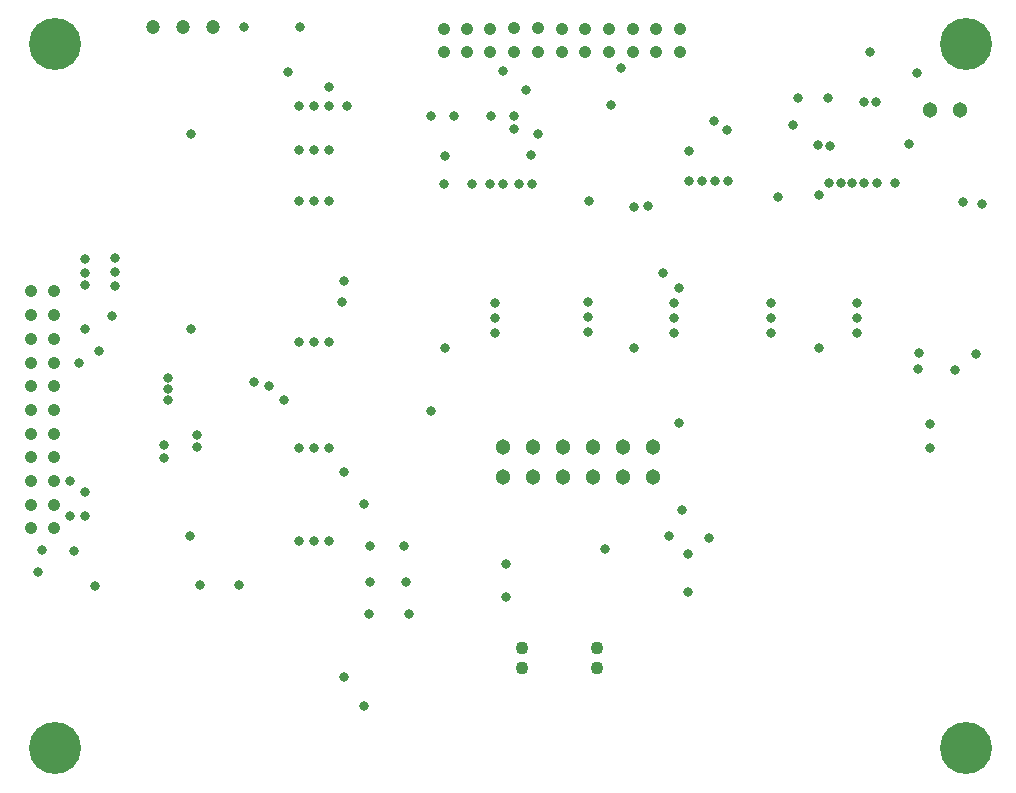
<source format=gbs>
G04*
G04 #@! TF.GenerationSoftware,Altium Limited,Altium Designer,19.1.8 (144)*
G04*
G04 Layer_Color=16711833*
%FSLAX25Y25*%
%MOIN*%
G70*
G01*
G75*
%ADD41C,0.04737*%
%ADD42C,0.17335*%
%ADD43C,0.05131*%
%ADD44C,0.04200*%
%ADD59C,0.04343*%
%ADD60C,0.03162*%
D41*
X114300Y321900D02*
D03*
X124300D02*
D03*
X134300D02*
D03*
D42*
X81800Y316325D02*
D03*
Y81700D02*
D03*
X385487Y81725D02*
D03*
Y316272D02*
D03*
D43*
X280861Y172125D02*
D03*
Y182125D02*
D03*
X270861D02*
D03*
Y172125D02*
D03*
X260861D02*
D03*
Y182125D02*
D03*
X250861D02*
D03*
Y172125D02*
D03*
X240861D02*
D03*
Y182125D02*
D03*
X230861D02*
D03*
Y172125D02*
D03*
X383200Y294500D02*
D03*
X373200D02*
D03*
D44*
X73600Y233900D02*
D03*
Y226000D02*
D03*
Y210200D02*
D03*
Y218100D02*
D03*
Y202300D02*
D03*
Y194400D02*
D03*
X73500Y178600D02*
D03*
Y186500D02*
D03*
X73600Y170700D02*
D03*
Y162800D02*
D03*
Y155100D02*
D03*
X81400D02*
D03*
Y162800D02*
D03*
Y170700D02*
D03*
X81300Y186500D02*
D03*
Y178600D02*
D03*
X81400Y194400D02*
D03*
Y202300D02*
D03*
Y218100D02*
D03*
Y210200D02*
D03*
Y226000D02*
D03*
Y233900D02*
D03*
X290000Y313700D02*
D03*
X282100D02*
D03*
X266300D02*
D03*
X274200D02*
D03*
X258400D02*
D03*
X250500D02*
D03*
X234700Y313800D02*
D03*
X242600D02*
D03*
X226800Y313700D02*
D03*
X218900D02*
D03*
X211200D02*
D03*
Y321500D02*
D03*
X218900D02*
D03*
X226800D02*
D03*
X242600Y321600D02*
D03*
X234700D02*
D03*
X250500Y321500D02*
D03*
X258400D02*
D03*
X274200D02*
D03*
X266300D02*
D03*
X282100D02*
D03*
X290000D02*
D03*
D59*
X237205Y108366D02*
D03*
X262205D02*
D03*
Y114961D02*
D03*
X237205Y115157D02*
D03*
D60*
X232087Y131939D02*
D03*
Y143110D02*
D03*
X199508Y126378D02*
D03*
X186417D02*
D03*
X198819Y137008D02*
D03*
X186713D02*
D03*
X198130Y148917D02*
D03*
X186614D02*
D03*
X373228Y189862D02*
D03*
Y181890D02*
D03*
X369488Y208071D02*
D03*
X381594Y207677D02*
D03*
X369587Y213287D02*
D03*
X388583Y213189D02*
D03*
X299606Y151673D02*
D03*
X289800Y190100D02*
D03*
X292600Y133600D02*
D03*
Y146400D02*
D03*
X76100Y140400D02*
D03*
X94950Y135650D02*
D03*
X207100Y194200D02*
D03*
X118100Y178300D02*
D03*
X129100Y186100D02*
D03*
Y182200D02*
D03*
X162900Y295800D02*
D03*
X159300Y306900D02*
D03*
X369000Y306700D02*
D03*
X264900Y147900D02*
D03*
X286400Y152500D02*
D03*
X290600Y161100D02*
D03*
X293100Y270700D02*
D03*
X207100Y292500D02*
D03*
X234700D02*
D03*
X214800D02*
D03*
X227100D02*
D03*
X234500Y288200D02*
D03*
X238700Y301100D02*
D03*
X230950Y307450D02*
D03*
X329200Y298300D02*
D03*
X173100Y302100D02*
D03*
X179100Y295800D02*
D03*
X144800Y321900D02*
D03*
X163300Y322000D02*
D03*
X349000Y230000D02*
D03*
X320300D02*
D03*
X259300Y230300D02*
D03*
X288100Y230000D02*
D03*
X349000Y220000D02*
D03*
X320300D02*
D03*
X259300Y220300D02*
D03*
X288100Y220000D02*
D03*
X349000Y225000D02*
D03*
X320300D02*
D03*
X259300Y225300D02*
D03*
X288100Y225000D02*
D03*
X228300Y230000D02*
D03*
Y220000D02*
D03*
Y225000D02*
D03*
X162900Y264100D02*
D03*
Y217200D02*
D03*
Y181600D02*
D03*
Y150600D02*
D03*
X167900Y264100D02*
D03*
Y217200D02*
D03*
Y181600D02*
D03*
Y150600D02*
D03*
X172900Y264100D02*
D03*
Y217200D02*
D03*
Y181600D02*
D03*
Y150600D02*
D03*
X168000Y295800D02*
D03*
X173100D02*
D03*
X172900Y281100D02*
D03*
X162900D02*
D03*
X167900D02*
D03*
X177300Y230300D02*
D03*
X184700Y95800D02*
D03*
X177900Y105400D02*
D03*
Y173700D02*
D03*
Y237300D02*
D03*
X211700Y215000D02*
D03*
X274800D02*
D03*
X336400D02*
D03*
X184800Y163000D02*
D03*
X119200Y205100D02*
D03*
Y201500D02*
D03*
X148000Y203600D02*
D03*
X96300Y214000D02*
D03*
X101800Y245200D02*
D03*
X91700Y244700D02*
D03*
X101800Y240500D02*
D03*
X91700Y240200D02*
D03*
X101800Y235800D02*
D03*
X91700Y235900D02*
D03*
X100700Y225600D02*
D03*
X220800Y269700D02*
D03*
X211400D02*
D03*
X211500Y279100D02*
D03*
X226700Y269700D02*
D03*
X231100D02*
D03*
X236200D02*
D03*
X240200Y279500D02*
D03*
X240500Y269700D02*
D03*
X242500Y286400D02*
D03*
X284400Y240000D02*
D03*
X289700Y235100D02*
D03*
X279400Y262500D02*
D03*
X274600Y262100D02*
D03*
X293100Y280600D02*
D03*
X297300Y270600D02*
D03*
X267100Y295900D02*
D03*
X301600Y270600D02*
D03*
X301400Y290700D02*
D03*
X305900Y270600D02*
D03*
X305800Y287700D02*
D03*
X339700Y270000D02*
D03*
X340000Y282500D02*
D03*
X339300Y298500D02*
D03*
X343500Y270000D02*
D03*
X327700Y289300D02*
D03*
X347400Y270000D02*
D03*
X351300D02*
D03*
X270400Y308300D02*
D03*
X355500Y270000D02*
D03*
X355350Y297150D02*
D03*
X351300Y297000D02*
D03*
X361500Y270000D02*
D03*
X353200Y313600D02*
D03*
X390500Y262900D02*
D03*
X366200Y283100D02*
D03*
X336400Y266100D02*
D03*
X335900Y282700D02*
D03*
X384349Y263749D02*
D03*
X322649Y265249D02*
D03*
X259649Y264049D02*
D03*
X127051Y286351D02*
D03*
X127151Y221251D02*
D03*
X126800Y152400D02*
D03*
X91500Y221300D02*
D03*
X89800Y210000D02*
D03*
X158000Y197800D02*
D03*
X119200D02*
D03*
X118100Y182600D02*
D03*
X86500Y158900D02*
D03*
X91600D02*
D03*
X129900Y136200D02*
D03*
X86500Y170700D02*
D03*
X91700Y166900D02*
D03*
X87900Y147500D02*
D03*
X77400Y147600D02*
D03*
X152900Y202400D02*
D03*
X143000Y136200D02*
D03*
M02*

</source>
